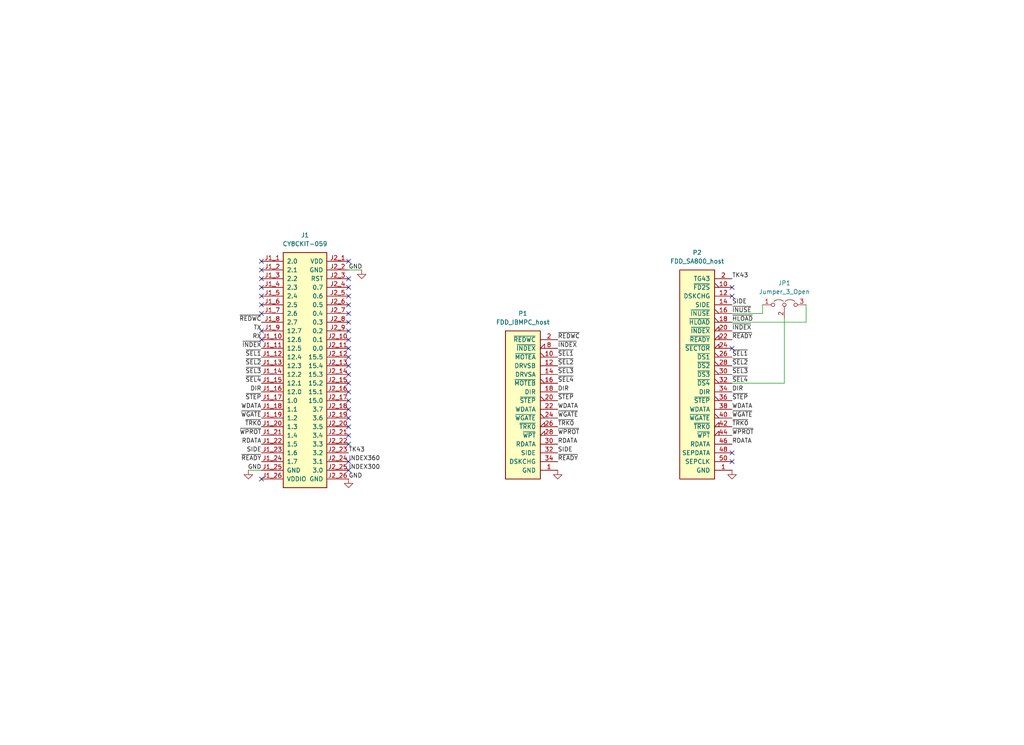
<source format=kicad_sch>
(kicad_sch (version 20231120) (generator "eeschema") (generator_version "8.0")
  (paper "User" 298.45 217.322)
  (title_block (title "FluxEngine_Hat_B") (date "2024-04-12") (rev "003") (company "Brian K. White - b.kenyon.w@gmail.com") (comment 1 "CC BY-SA") (comment 2 "github.com/bkw777/FluxEngine_Kit"))
  (lib_symbols
    (symbol "000_LOCAL:CY8CKIT-059" (pin_names (offset 1.016))
      (property "Reference" "J" (at 0 34.29 0))
      (property "Value" "CY8CKIT-059" (at 0 -37.084 0))
      (symbol "CY8CKIT-059_1_1"
        (rectangle (start -6.35 33.02) (end 6.35 -35.56) (stroke (width 0.254)) (fill (type background)))
        (pin passive line (at -12.7 30.48 0) (length 6.35) (name "2.0") (number "J1_1"))
        (pin passive line (at -12.7 7.62 0) (length 6.35) (name "12.6") (number "J1_10"))
        (pin passive line (at -12.7 5.08 0) (length 6.35) (name "12.5") (number "J1_11"))
        (pin passive line (at -12.7 2.54 0) (length 6.35) (name "12.4") (number "J1_12"))
        (pin passive line (at -12.7 0 0) (length 6.35) (name "12.3") (number "J1_13"))
        (pin passive line (at -12.7 -2.54 0) (length 6.35) (name "12.2") (number "J1_14"))
        (pin passive line (at -12.7 -5.08 0) (length 6.35) (name "12.1") (number "J1_15"))
        (pin passive line (at -12.7 -7.62 0) (length 6.35) (name "12.0") (number "J1_16"))
        (pin passive line (at -12.7 -10.16 0) (length 6.35) (name "1.0") (number "J1_17"))
        (pin passive line (at -12.7 -12.7 0) (length 6.35) (name "1.1") (number "J1_18"))
        (pin passive line (at -12.7 -15.24 0) (length 6.35) (name "1.2") (number "J1_19"))
        (pin passive line (at -12.7 27.94 0) (length 6.35) (name "2.1") (number "J1_2"))
        (pin passive line (at -12.7 -17.78 0) (length 6.35) (name "1.3") (number "J1_20"))
        (pin passive line (at -12.7 -20.32 0) (length 6.35) (name "1.4") (number "J1_21"))
        (pin passive line (at -12.7 -22.86 0) (length 6.35) (name "1.5") (number "J1_22"))
        (pin passive line (at -12.7 -25.4 0) (length 6.35) (name "1.6") (number "J1_23"))
        (pin passive line (at -12.7 -27.94 0) (length 6.35) (name "1.7") (number "J1_24"))
        (pin passive line (at -12.7 -30.48 0) (length 6.35) (name "GND") (number "J1_25"))
        (pin passive line (at -12.7 -33.02 0) (length 6.35) (name "VDDIO") (number "J1_26"))
        (pin passive line (at -12.7 25.4 0) (length 6.35) (name "2.2") (number "J1_3"))
        (pin passive line (at -12.7 22.86 0) (length 6.35) (name "2.3") (number "J1_4"))
        (pin passive line (at -12.7 20.32 0) (length 6.35) (name "2.4") (number "J1_5"))
        (pin passive line (at -12.7 17.78 0) (length 6.35) (name "2.5") (number "J1_6"))
        (pin passive line (at -12.7 15.24 0) (length 6.35) (name "2.6") (number "J1_7"))
        (pin passive line (at -12.7 12.7 0) (length 6.35) (name "2.7") (number "J1_8"))
        (pin passive line (at -12.7 10.16 0) (length 6.35) (name "12.7") (number "J1_9"))
        (pin passive line (at 12.7 30.48 180) (length 6.35) (name "VDD") (number "J2_1"))
        (pin passive line (at 12.7 7.62 180) (length 6.35) (name "0.1") (number "J2_10"))
        (pin passive line (at 12.7 5.08 180) (length 6.35) (name "0.0") (number "J2_11"))
        (pin passive line (at 12.7 2.54 180) (length 6.35) (name "15.5") (number "J2_12"))
        (pin passive line (at 12.7 0 180) (length 6.35) (name "15.4") (number "J2_13"))
        (pin passive line (at 12.7 -2.54 180) (length 6.35) (name "15.3") (number "J2_14"))
        (pin passive line (at 12.7 -5.08 180) (length 6.35) (name "15.2") (number "J2_15"))
        (pin passive line (at 12.7 -7.62 180) (length 6.35) (name "15.1") (number "J2_16"))
        (pin passive line (at 12.7 -10.16 180) (length 6.35) (name "15.0") (number "J2_17"))
        (pin passive line (at 12.7 -12.7 180) (length 6.35) (name "3.7") (number "J2_18"))
        (pin passive line (at 12.7 -15.24 180) (length 6.35) (name "3.6") (number "J2_19"))
        (pin passive line (at 12.7 27.94 180) (length 6.35) (name "GND") (number "J2_2"))
        (pin passive line (at 12.7 -17.78 180) (length 6.35) (name "3.5") (number "J2_20"))
        (pin passive line (at 12.7 -20.32 180) (length 6.35) (name "3.4") (number "J2_21"))
        (pin passive line (at 12.7 -22.86 180) (length 6.35) (name "3.3") (number "J2_22"))
        (pin passive line (at 12.7 -25.4 180) (length 6.35) (name "3.2") (number "J2_23"))
        (pin passive line (at 12.7 -27.94 180) (length 6.35) (name "3.1") (number "J2_24"))
        (pin passive line (at 12.7 -30.48 180) (length 6.35) (name "3.0") (number "J2_25"))
        (pin passive line (at 12.7 -33.02 180) (length 6.35) (name "GND") (number "J2_26"))
        (pin passive line (at 12.7 25.4 180) (length 6.35) (name "RST") (number "J2_3"))
        (pin passive line (at 12.7 22.86 180) (length 6.35) (name "0.7") (number "J2_4"))
        (pin passive line (at 12.7 20.32 180) (length 6.35) (name "0.6") (number "J2_5"))
        (pin passive line (at 12.7 17.78 180) (length 6.35) (name "0.5") (number "J2_6"))
        (pin passive line (at 12.7 15.24 180) (length 6.35) (name "0.4") (number "J2_7"))
        (pin passive line (at 12.7 12.7 180) (length 6.35) (name "0.3") (number "J2_8"))
        (pin passive line (at 12.7 10.16 180) (length 6.35) (name "0.2") (number "J2_9"))
      )
    )
    (symbol "000_LOCAL:FDD_IBMPC_host" (pin_names (offset 1.27))
      (property "Reference" "J" (at 0 24.13 0))
      (property "Value" "FDD_IBMPC_host" (at 0 -23.114 0))
      (symbol "FDD_IBMPC_host_1_1"
        (rectangle (start -5.08 22.86) (end 5.08 -20.32) (stroke (width 0.254)) (fill (type background)))
        (pin power_out line (at 10.16 -17.78 180) (length 5.08) (name "GND") (number "1"))
        (pin output output_low (at 10.16 15.24 180) (length 5.08) (name "~{MOTEA}") (number "10"))
        (pin passive line (at 10.16 -17.78 180) (length 5.08) hide (name "GND") (number "11"))
        (pin output line (at 10.16 12.7 180) (length 5.08) (name "DRVSB") (number "12"))
        (pin passive line (at 10.16 -17.78 180) (length 5.08) hide (name "GND") (number "13"))
        (pin output line (at 10.16 10.16 180) (length 5.08) (name "DRVSA") (number "14"))
        (pin passive line (at 10.16 -17.78 180) (length 5.08) hide (name "GND") (number "15"))
        (pin output output_low (at 10.16 7.62 180) (length 5.08) (name "~{MOTEB}") (number "16"))
        (pin passive line (at 10.16 -17.78 180) (length 5.08) hide (name "GND") (number "17"))
        (pin output line (at 10.16 5.08 180) (length 5.08) (name "DIR") (number "18"))
        (pin passive line (at 10.16 -17.78 180) (length 5.08) hide (name "GND") (number "19"))
        (pin output line (at 10.16 20.32 180) (length 5.08) (name "~{REDWC}") (number "2"))
        (pin output output_low (at 10.16 2.54 180) (length 5.08) (name "~{STEP}") (number "20"))
        (pin passive line (at 10.16 -17.78 180) (length 5.08) hide (name "GND") (number "21"))
        (pin output line (at 10.16 0 180) (length 5.08) (name "WDATA") (number "22"))
        (pin passive line (at 10.16 -17.78 180) (length 5.08) hide (name "GND") (number "23"))
        (pin output output_low (at 10.16 -2.54 180) (length 5.08) (name "~{WGATE}") (number "24"))
        (pin passive line (at 10.16 -17.78 180) (length 5.08) hide (name "GND") (number "25"))
        (pin input input_low (at 10.16 -5.08 180) (length 5.08) (name "~{TRK0}") (number "26"))
        (pin passive line (at 10.16 -17.78 180) (length 5.08) hide (name "GND") (number "27"))
        (pin input input_low (at 10.16 -7.62 180) (length 5.08) (name "~{WPT}") (number "28"))
        (pin passive line (at 10.16 -17.78 180) (length 5.08) hide (name "GND") (number "29"))
        (pin no_connect non_logic (at -5.08 20.32 0) (length 0) hide (name "RSVD") (number "3"))
        (pin input line (at 10.16 -10.16 180) (length 5.08) (name "RDATA") (number "30"))
        (pin passive line (at 10.16 -17.78 180) (length 5.08) hide (name "GND") (number "31"))
        (pin output line (at 10.16 -12.7 180) (length 5.08) (name "SIDE") (number "32"))
        (pin passive line (at 10.16 -17.78 180) (length 5.08) hide (name "GND") (number "33"))
        (pin input line (at 10.16 -15.24 180) (length 5.08) (name "DSKCHG") (number "34"))
        (pin no_connect non_logic (at -5.08 17.78 0) (length 0) hide (name "RSVD") (number "4"))
        (pin no_connect non_logic (at -5.08 15.24 0) (length 0) hide (name "RSVD") (number "6"))
        (pin passive line (at 10.16 -17.78 180) (length 5.08) hide (name "GND") (number "7"))
        (pin input input_low (at 10.16 17.78 180) (length 5.08) (name "~{INDEX}") (number "8"))
        (pin passive line (at 10.16 -17.78 180) (length 5.08) hide (name "GND") (number "9"))
      )
    )
    (symbol "000_LOCAL:FDD_SA800_host" (pin_names (offset 1.27))
      (property "Reference" "J" (at 0 31.75 0))
      (property "Value" "FDD_SA800_host" (at 0 -31.75 0))
      (symbol "FDD_SA800_host_1_1"
        (rectangle (start -5.08 30.48) (end 5.08 -30.48) (stroke (width 0.254)) (fill (type background)))
        (pin power_out line (at 10.16 -27.94 180) (length 5.08) (name "GND") (number "1"))
        (pin output output_low (at 10.16 25.4 180) (length 5.08) (name "~{FD2S}") (number "10"))
        (pin passive line (at 10.16 -27.94 180) (length 5.08) hide (name "GND") (number "11"))
        (pin input line (at 10.16 22.86 180) (length 5.08) (name "DSKCHG") (number "12"))
        (pin passive line (at 10.16 -27.94 180) (length 5.08) hide (name "GND") (number "13"))
        (pin output line (at 10.16 20.32 180) (length 5.08) (name "SIDE") (number "14"))
        (pin passive line (at 10.16 -27.94 180) (length 5.08) hide (name "GND") (number "15"))
        (pin output output_low (at 10.16 17.78 180) (length 5.08) (name "~{INUSE}") (number "16"))
        (pin passive line (at 10.16 -27.94 180) (length 5.08) hide (name "GND") (number "17"))
        (pin output output_low (at 10.16 15.24 180) (length 5.08) (name "~{HLOAD}") (number "18"))
        (pin passive line (at 10.16 -27.94 180) (length 5.08) hide (name "GND") (number "19"))
        (pin output line (at 10.16 27.94 180) (length 5.08) (name "TG43") (number "2"))
        (pin input input_low (at 10.16 12.7 180) (length 5.08) (name "~{INDEX}") (number "20"))
        (pin passive line (at 10.16 -27.94 180) (length 5.08) hide (name "GND") (number "21"))
        (pin input input_low (at 10.16 10.16 180) (length 5.08) (name "~{READY}") (number "22"))
        (pin passive line (at 10.16 -27.94 180) (length 5.08) hide (name "GND") (number "23"))
        (pin input input_low (at 10.16 7.62 180) (length 5.08) (name "~{SECTOR}") (number "24"))
        (pin passive line (at 10.16 -27.94 180) (length 5.08) hide (name "GND") (number "25"))
        (pin output output_low (at 10.16 5.08 180) (length 5.08) (name "~{DS1}") (number "26"))
        (pin passive line (at 10.16 -27.94 180) (length 5.08) hide (name "GND") (number "27"))
        (pin output output_low (at 10.16 2.54 180) (length 5.08) (name "~{DS2}") (number "28"))
        (pin passive line (at 10.16 -27.94 180) (length 5.08) hide (name "GND") (number "29"))
        (pin passive line (at 10.16 -27.94 180) (length 5.08) hide (name "GND") (number "3"))
        (pin output output_low (at 10.16 0 180) (length 5.08) (name "~{DS3}") (number "30"))
        (pin passive line (at 10.16 -27.94 180) (length 5.08) hide (name "GND") (number "31"))
        (pin output output_low (at 10.16 -2.54 180) (length 5.08) (name "~{DS4}") (number "32"))
        (pin passive line (at 10.16 -27.94 180) (length 5.08) hide (name "GND") (number "33"))
        (pin output line (at 10.16 -5.08 180) (length 5.08) (name "DIR") (number "34"))
        (pin passive line (at 10.16 -27.94 180) (length 5.08) hide (name "GND") (number "35"))
        (pin output output_low (at 10.16 -7.62 180) (length 5.08) (name "~{STEP}") (number "36"))
        (pin passive line (at 10.16 -27.94 180) (length 5.08) hide (name "GND") (number "37"))
        (pin output line (at 10.16 -10.16 180) (length 5.08) (name "WDATA") (number "38"))
        (pin passive line (at 10.16 -27.94 180) (length 5.08) hide (name "GND") (number "39"))
        (pin no_connect non_logic (at -5.08 27.94 0) (length 0) hide (name "RSV5") (number "4"))
        (pin output output_low (at 10.16 -12.7 180) (length 5.08) (name "~{WGATE}") (number "40"))
        (pin passive line (at 10.16 -27.94 180) (length 5.08) hide (name "GND") (number "41"))
        (pin input input_low (at 10.16 -15.24 180) (length 5.08) (name "~{TRK0}") (number "42"))
        (pin passive line (at 10.16 -27.94 180) (length 5.08) hide (name "GND") (number "43"))
        (pin input input_low (at 10.16 -17.78 180) (length 5.08) (name "~{WPT}") (number "44"))
        (pin passive line (at 10.16 -27.94 180) (length 5.08) hide (name "GND") (number "45"))
        (pin input line (at 10.16 -20.32 180) (length 5.08) (name "RDATA") (number "46"))
        (pin passive line (at 10.16 -27.94 180) (length 5.08) hide (name "GND") (number "47"))
        (pin input line (at 10.16 -22.86 180) (length 5.08) (name "SEPDATA") (number "48"))
        (pin passive line (at 10.16 -27.94 180) (length 5.08) hide (name "GND") (number "49"))
        (pin passive line (at 10.16 -27.94 180) (length 5.08) hide (name "GND") (number "5"))
        (pin input line (at 10.16 -25.4 180) (length 5.08) (name "SEPCLK") (number "50"))
        (pin no_connect non_logic (at -5.08 25.4 0) (length 0) hide (name "RSV6") (number "6"))
        (pin passive line (at 10.16 -27.94 180) (length 5.08) hide (name "GND") (number "7"))
        (pin no_connect non_logic (at -5.08 22.86 0) (length 0) hide (name "RSV7") (number "8"))
        (pin passive line (at 10.16 -27.94 180) (length 5.08) hide (name "GND") (number "9"))
      )
    )
    (symbol "000_LOCAL:Jumper_3_Open" (pin_names (offset 0) hide) (exclude_from_sim yes) (in_bom no)
      (property "Reference" "JP" (at -2.54 -2.54 0))
      (property "Value" "Jumper_3_Open" (at 0 2.794 0))
      (symbol "Jumper_3_Open_0_0"
        (circle (center -3.302 0) (radius 0.508))
        (circle (center 0 0) (radius 0.508))
        (circle (center 3.302 0) (radius 0.508))
      )
      (symbol "Jumper_3_Open_0_1"
        (arc (start -0.254 1.016) (mid -1.651 1.4992) (end -3.048 1.016))
        (polyline (pts (xy 0 -0.508) (xy 0 -1.27)))
        (arc (start 3.048 1.016) (mid 1.651 1.4992) (end 0.254 1.016))
      )
      (symbol "Jumper_3_Open_1_1"
        (pin passive line (at -6.35 0 0) (length 2.54) (name "A") (number "1"))
        (pin passive line (at 0 -3.81 90) (length 2.54) (name "C") (number "2"))
        (pin passive line (at 6.35 0 180) (length 2.54) (name "B") (number "3"))
      )
    )
    (symbol "power:GND" (power) (pin_numbers hide) (pin_names (offset 0) hide)
      (property "Value" "GND" (at 0 -3.81 0))
      (symbol "GND_0_1"
        (polyline (pts (xy 0 0) (xy 0 -1.27) (xy 1.27 -1.27) (xy 0 -2.54) (xy -1.27 -1.27) (xy 0 -1.27)))
      )
      (symbol "GND_1_1"
        (pin power_in line (at 0 0 270) (length 0) (name "~") (number "1"))
      )
    )
  )
  (no_connect (at 76.2 83.82))
  (no_connect (at 76.2 91.44))
  (no_connect (at 213.36 134.62))
  (no_connect (at 76.2 88.9))
  (no_connect (at 76.2 96.52))
  (no_connect (at 76.2 81.28))
  (no_connect (at 76.2 99.06))
  (no_connect (at 101.6 137.16))
  (no_connect (at 213.36 132.08))
  (no_connect (at 213.36 101.6))
  (no_connect (at 76.2 76.2))
  (no_connect (at 101.6 81.28))
  (no_connect (at 101.6 119.38))
  (no_connect (at 101.6 99.06))
  (no_connect (at 101.6 134.62))
  (no_connect (at 101.6 76.2))
  (no_connect (at 101.6 121.92))
  (no_connect (at 101.6 96.52))
  (no_connect (at 101.6 83.82))
  (no_connect (at 101.6 106.68))
  (no_connect (at 76.2 139.7))
  (no_connect (at 101.6 114.3))
  (no_connect (at 101.6 124.46))
  (no_connect (at 101.6 86.36))
  (no_connect (at 101.6 93.98))
  (no_connect (at 101.6 88.9))
  (no_connect (at 101.6 129.54))
  (no_connect (at 213.36 86.36))
  (no_connect (at 101.6 91.44))
  (no_connect (at 101.6 116.84))
  (no_connect (at 101.6 109.22))
  (no_connect (at 76.2 78.74))
  (no_connect (at 101.6 111.76))
  (no_connect (at 101.6 127))
  (no_connect (at 101.6 104.14))
  (no_connect (at 76.2 86.36))
  (no_connect (at 213.36 83.82))
  (no_connect (at 101.6 101.6))
  (wire (pts (xy 228.6 111.76) (xy 228.6 92.71)))
  (wire (pts (xy 101.6 78.74) (xy 105.41 78.74)))
  (wire (pts (xy 222.25 91.44) (xy 213.36 91.44)))
  (wire (pts (xy 76.2 137.16) (xy 72.39 137.16)))
  (wire (pts (xy 213.36 111.76) (xy 228.6 111.76)))
  (wire (pts (xy 213.36 93.98) (xy 234.95 93.98)))
  (wire (pts (xy 222.25 88.9) (xy 222.25 91.44)))
  (wire (pts (xy 234.95 88.9) (xy 234.95 93.98)))
  (label "~{SEL2}" (at 213.36 106.68 0) (effects (font (size 1.2446 1.2446))))
  (label "WDATA" (at 162.56 119.38 0) (effects (font (size 1.2446 1.2446))))
  (label "WDATA" (at 213.36 119.38 0) (effects (font (size 1.2446 1.2446))))
  (label "~{REDWC}" (at 76.2 93.98 180) (effects (font (size 1.2446 1.2446))))
  (label "GND" (at 76.2 137.16 180) (effects (font (size 1.2446 1.2446))))
  (label "~{SEL2}" (at 76.2 106.68 180) (effects (font (size 1.2446 1.2446))))
  (label "~{SEL4}" (at 213.36 111.76 0) (effects (font (size 1.2446 1.2446))))
  (label "TK43" (at 213.36 81.28 0) (effects (font (size 1.2446 1.2446))))
  (label "~{WPROT}" (at 162.56 127 0) (effects (font (size 1.2446 1.2446))))
  (label "~{WGATE}" (at 162.56 121.92 0) (effects (font (size 1.2446 1.2446))))
  (label "~{WPROT}" (at 76.2 127 180) (effects (font (size 1.2446 1.2446))))
  (label "~{SEL4}" (at 76.2 111.76 180) (effects (font (size 1.2446 1.2446))))
  (label "~{REDWC}" (at 162.56 99.06 0) (effects (font (size 1.2446 1.2446))))
  (label "TX" (at 76.2 96.52 180) (effects (font (size 1.2446 1.2446))))
  (label "SIDE" (at 162.56 132.08 0) (effects (font (size 1.2446 1.2446))))
  (label "WDATA" (at 76.2 119.38 180) (effects (font (size 1.2446 1.2446))))
  (label "~{TRK0}" (at 162.56 124.46 0) (effects (font (size 1.2446 1.2446))))
  (label "~{WPROT}" (at 213.36 127 0) (effects (font (size 1.2446 1.2446))))
  (label "~{SEL4}" (at 162.56 111.76 0) (effects (font (size 1.2446 1.2446))))
  (label "RDATA" (at 162.56 129.54 0) (effects (font (size 1.2446 1.2446))))
  (label "GND" (at 101.6 139.7 0) (effects (font (size 1.2446 1.2446))))
  (label "~{WGATE}" (at 213.36 121.92 0) (effects (font (size 1.2446 1.2446))))
  (label "~{INDEX}" (at 213.36 96.52 0) (effects (font (size 1.2446 1.2446))))
  (label "~{STEP}" (at 162.56 116.84 0) (effects (font (size 1.2446 1.2446))))
  (label "INDEX360" (at 101.6 134.62 0) (effects (font (size 1.2446 1.2446))))
  (label "~{SEL1}" (at 213.36 104.14 0) (effects (font (size 1.2446 1.2446))))
  (label "~{TRK0}" (at 213.36 124.46 0) (effects (font (size 1.2446 1.2446))))
  (label "~{READY}" (at 76.2 134.62 180) (effects (font (size 1.2446 1.2446))))
  (label "~{STEP}" (at 76.2 116.84 180) (effects (font (size 1.2446 1.2446))))
  (label "GND" (at 101.6 78.74 0) (effects (font (size 1.2446 1.2446))))
  (label "SIDE" (at 76.2 132.08 180) (effects (font (size 1.2446 1.2446))))
  (label "~{READY}" (at 162.56 134.62 0) (effects (font (size 1.2446 1.2446))))
  (label "~{SEL1}" (at 162.56 104.14 0) (effects (font (size 1.2446 1.2446))))
  (label "~{SEL3}" (at 213.36 109.22 0) (effects (font (size 1.2446 1.2446))))
  (label "~{TRK0}" (at 76.2 124.46 180) (effects (font (size 1.2446 1.2446))))
  (label "INDEX300" (at 101.6 137.16 0) (effects (font (size 1.2446 1.2446))))
  (label "~{HLOAD}" (at 213.36 93.98 0) (effects (font (size 1.2446 1.2446))))
  (label "RDATA" (at 213.36 129.54 0) (effects (font (size 1.2446 1.2446))))
  (label "~{INUSE}" (at 213.36 91.44 0) (effects (font (size 1.2446 1.2446))))
  (label "~{SEL3}" (at 162.56 109.22 0) (effects (font (size 1.2446 1.2446))))
  (label "~{STEP}" (at 213.36 116.84 0) (effects (font (size 1.2446 1.2446))))
  (label "SIDE" (at 213.36 88.9 0) (effects (font (size 1.2446 1.2446))))
  (label "~{INDEX}" (at 162.56 101.6 0) (effects (font (size 1.2446 1.2446))))
  (label "DIR" (at 76.2 114.3 180) (effects (font (size 1.2446 1.2446))))
  (label "~{SEL1}" (at 76.2 104.14 180) (effects (font (size 1.2446 1.2446))))
  (label "~{SEL2}" (at 162.56 106.68 0) (effects (font (size 1.2446 1.2446))))
  (label "~{WGATE}" (at 76.2 121.92 180) (effects (font (size 1.2446 1.2446))))
  (label "TK43" (at 101.6 132.08 0) (effects (font (size 1.2446 1.2446))))
  (label "RDATA" (at 76.2 129.54 180) (effects (font (size 1.2446 1.2446))))
  (label "DIR" (at 162.56 114.3 0) (effects (font (size 1.2446 1.2446))))
  (label "~{SEL3}" (at 76.2 109.22 180) (effects (font (size 1.2446 1.2446))))
  (label "RX" (at 76.2 99.06 180) (effects (font (size 1.2446 1.2446))))
  (label "~{READY}" (at 213.36 99.06 0) (effects (font (size 1.2446 1.2446))))
  (label "DIR" (at 213.36 114.3 0) (effects (font (size 1.2446 1.2446))))
  (label "~{INDEX}" (at 76.2 101.6 180) (effects (font (size 1.2446 1.2446))))
  (symbol (lib_id "000_LOCAL:Jumper_3_Open") (at 228.6 88.9 0) (unit 1) (exclude_from_sim yes) (in_bom no)
    (property "Reference" "JP1" (at 228.6 82.55 0))
    (property "Value" "Jumper_3_Open" (at 228.6 85.09 0))
    (property "Footprint" "000_LOCAL:PinHeader_1x03_P2.54mm_Vertical bare" (effects (hide yes)))
    (property "Description" "Jumper, 3-pole, both open" (effects (hide yes)))
  )
  (symbol (lib_id "000_LOCAL:FDD_SA800_host") (at 203.2 109.22 0) (unit 1)
    (property "Reference" "P2" (at 203.2 73.66 0))
    (property "Value" "FDD_SA800_host" (at 203.2 76.2 0))
    (property "Footprint" "000_LOCAL:IDC-Header_2x25_P2.54mm_Latch_Vertical" (effects (hide yes)))
    (property "Datasheet" "datasheets/86130342114345E1LF.pdf" (effects (hide yes)))
    (property "Description" "Generic connector, double row, 02x17, odd/even pin numbering scheme (row 1 odd numbers, row 2 even numbers), script generated (kicad-library-utils/schlib/autogen/connector/)" (effects (hide yes)))
  )
  (symbol (lib_id "power:GND") (at 101.6 139.7 0) (unit 1)
    (property "Reference" "#PWR06" (effects (hide yes)))
    (property "Value" "GND" (effects (hide yes)))
    (property "Description" "Power symbol creates a global label with name \"GND\" , ground" (effects (hide yes)))
  )
  (symbol (lib_id "000_LOCAL:CY8CKIT-059") (at 88.9 106.68 0) (unit 1)
    (property "Reference" "J1" (at 88.9 68.58 0))
    (property "Value" "CY8CKIT-059" (at 88.9 71.12 0))
    (property "Footprint" "000_LOCAL:CY8CKIT-059" (effects (hide yes)))
    (property "Datasheet" "datasheets/86130342114345E1LF.pdf" (effects (hide yes)))
    (property "Description" "Generic connector, double row, 02x17, odd/even pin numbering scheme (row 1 odd numbers, row 2 even numbers), script generated (kicad-library-utils/schlib/autogen/connector/)" (effects (hide yes)))
  )
  (symbol (lib_id "000_LOCAL:FDD_IBMPC_host") (at 152.4 119.38 0) (unit 1)
    (property "Reference" "P1" (at 152.4 91.44 0))
    (property "Value" "FDD_IBMPC_host" (at 152.4 93.98 0))
    (property "Footprint" "000_LOCAL:IDC-Header_2x17_P2.54mm_Latch_Vertical - FDD" (effects (hide yes)))
    (property "Datasheet" "datasheets/86130342114345E1LF.pdf" (effects (hide yes)))
    (property "Description" "Generic connector, double row, 02x17, odd/even pin numbering scheme (row 1 odd numbers, row 2 even numbers), script generated (kicad-library-utils/schlib/autogen/connector/)" (effects (hide yes)))
  )
  (symbol (lib_id "power:GND") (at 105.41 78.74 0) (mirror y) (unit 1)
    (property "Reference" "#PWR08" (effects (hide yes)))
    (property "Value" "GND" (effects (hide yes)))
    (property "Description" "Power symbol creates a global label with name \"GND\" , ground" (effects (hide yes)))
  )
  (symbol (lib_id "power:GND") (at 162.56 137.16 0) (unit 1)
    (property "Reference" "#PWR07" (effects (hide yes)))
    (property "Value" "GND" (effects (hide yes)))
    (property "Description" "Power symbol creates a global label with name \"GND\" , ground" (effects (hide yes)))
  )
  (symbol (lib_id "power:GND") (at 213.36 137.16 0) (unit 1)
    (property "Reference" "#PWR02" (effects (hide yes)))
    (property "Value" "GND" (effects (hide yes)))
    (property "Description" "Power symbol creates a global label with name \"GND\" , ground" (effects (hide yes)))
  )
  (symbol (lib_id "power:GND") (at 72.39 137.16 0) (mirror y) (unit 1)
    (property "Reference" "#PWR04" (effects (hide yes)))
    (property "Value" "GND" (effects (hide yes)))
    (property "Description" "Power symbol creates a global label with name \"GND\" , ground" (effects (hide yes)))
  )
)
</source>
